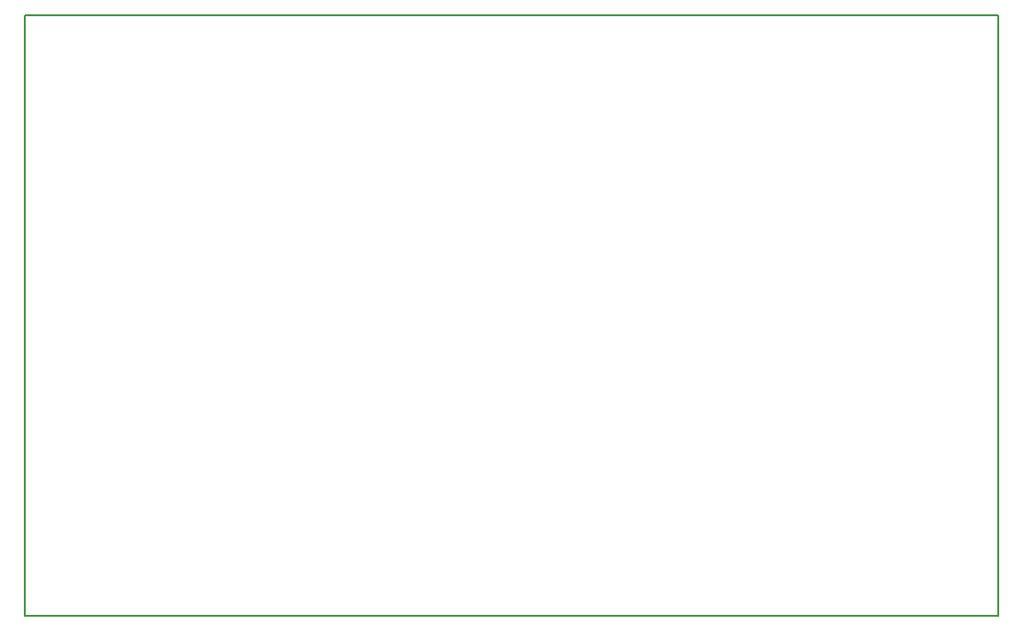
<source format=gm1>
G04 #@! TF.GenerationSoftware,KiCad,Pcbnew,(5.1.6)-1*
G04 #@! TF.CreationDate,2020-07-30T22:19:11+09:00*
G04 #@! TF.ProjectId,VFDClock,56464443-6c6f-4636-9b2e-6b696361645f,rev?*
G04 #@! TF.SameCoordinates,Original*
G04 #@! TF.FileFunction,Profile,NP*
%FSLAX46Y46*%
G04 Gerber Fmt 4.6, Leading zero omitted, Abs format (unit mm)*
G04 Created by KiCad (PCBNEW (5.1.6)-1) date 2020-07-30 22:19:11*
%MOMM*%
%LPD*%
G01*
G04 APERTURE LIST*
G04 #@! TA.AperFunction,Profile*
%ADD10C,0.150000*%
G04 #@! TD*
G04 APERTURE END LIST*
D10*
X197358000Y-73025000D02*
X175514000Y-73025000D01*
X197358000Y-126365000D02*
X197358000Y-73025000D01*
X177038000Y-126365000D02*
X197358000Y-126365000D01*
X110998000Y-126365000D02*
X177038000Y-126365000D01*
X110998000Y-73025000D02*
X110998000Y-126365000D01*
X175514000Y-73025000D02*
X110998000Y-73025000D01*
M02*

</source>
